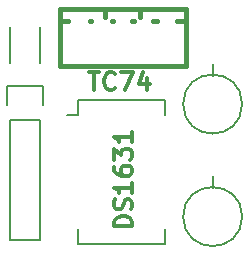
<source format=gbr>
G04 #@! TF.FileFunction,Legend,Top*
%FSLAX46Y46*%
G04 Gerber Fmt 4.6, Leading zero omitted, Abs format (unit mm)*
G04 Created by KiCad (PCBNEW 4.0.0-rc1-stable) date 9/23/2015 9:03:36 PM*
%MOMM*%
G01*
G04 APERTURE LIST*
%ADD10C,0.100000*%
%ADD11C,0.300000*%
%ADD12C,0.150000*%
%ADD13C,0.381000*%
%ADD14C,0.304800*%
G04 APERTURE END LIST*
D10*
D11*
X149538858Y-100143571D02*
X150396001Y-100143571D01*
X149967430Y-101643571D02*
X149967430Y-100143571D01*
X151753144Y-101500714D02*
X151681715Y-101572143D01*
X151467429Y-101643571D01*
X151324572Y-101643571D01*
X151110287Y-101572143D01*
X150967429Y-101429286D01*
X150896001Y-101286429D01*
X150824572Y-101000714D01*
X150824572Y-100786429D01*
X150896001Y-100500714D01*
X150967429Y-100357857D01*
X151110287Y-100215000D01*
X151324572Y-100143571D01*
X151467429Y-100143571D01*
X151681715Y-100215000D01*
X151753144Y-100286429D01*
X152253144Y-100143571D02*
X153253144Y-100143571D01*
X152610287Y-101643571D01*
X154467429Y-100643571D02*
X154467429Y-101643571D01*
X154110286Y-100072143D02*
X153753143Y-101143571D01*
X154681715Y-101143571D01*
X153205571Y-113184284D02*
X151705571Y-113184284D01*
X151705571Y-112827141D01*
X151777000Y-112612856D01*
X151919857Y-112469998D01*
X152062714Y-112398570D01*
X152348429Y-112327141D01*
X152562714Y-112327141D01*
X152848429Y-112398570D01*
X152991286Y-112469998D01*
X153134143Y-112612856D01*
X153205571Y-112827141D01*
X153205571Y-113184284D01*
X153134143Y-111755713D02*
X153205571Y-111541427D01*
X153205571Y-111184284D01*
X153134143Y-111041427D01*
X153062714Y-110969998D01*
X152919857Y-110898570D01*
X152777000Y-110898570D01*
X152634143Y-110969998D01*
X152562714Y-111041427D01*
X152491286Y-111184284D01*
X152419857Y-111469998D01*
X152348429Y-111612856D01*
X152277000Y-111684284D01*
X152134143Y-111755713D01*
X151991286Y-111755713D01*
X151848429Y-111684284D01*
X151777000Y-111612856D01*
X151705571Y-111469998D01*
X151705571Y-111112856D01*
X151777000Y-110898570D01*
X153205571Y-109469999D02*
X153205571Y-110327142D01*
X153205571Y-109898570D02*
X151705571Y-109898570D01*
X151919857Y-110041427D01*
X152062714Y-110184285D01*
X152134143Y-110327142D01*
X151705571Y-108184285D02*
X151705571Y-108469999D01*
X151777000Y-108612856D01*
X151848429Y-108684285D01*
X152062714Y-108827142D01*
X152348429Y-108898571D01*
X152919857Y-108898571D01*
X153062714Y-108827142D01*
X153134143Y-108755714D01*
X153205571Y-108612856D01*
X153205571Y-108327142D01*
X153134143Y-108184285D01*
X153062714Y-108112856D01*
X152919857Y-108041428D01*
X152562714Y-108041428D01*
X152419857Y-108112856D01*
X152348429Y-108184285D01*
X152277000Y-108327142D01*
X152277000Y-108612856D01*
X152348429Y-108755714D01*
X152419857Y-108827142D01*
X152562714Y-108898571D01*
X151705571Y-107541428D02*
X151705571Y-106612857D01*
X152277000Y-107112857D01*
X152277000Y-106898571D01*
X152348429Y-106755714D01*
X152419857Y-106684285D01*
X152562714Y-106612857D01*
X152919857Y-106612857D01*
X153062714Y-106684285D01*
X153134143Y-106755714D01*
X153205571Y-106898571D01*
X153205571Y-107327143D01*
X153134143Y-107470000D01*
X153062714Y-107541428D01*
X153205571Y-105184286D02*
X153205571Y-106041429D01*
X153205571Y-105612857D02*
X151705571Y-105612857D01*
X151919857Y-105755714D01*
X152062714Y-105898572D01*
X152134143Y-106041429D01*
D12*
X142895000Y-99310000D02*
X142895000Y-96310000D01*
X145395000Y-96310000D02*
X145395000Y-99310000D01*
X142595000Y-102870000D02*
X142595000Y-101320000D01*
X142595000Y-101320000D02*
X145695000Y-101320000D01*
X145695000Y-101320000D02*
X145695000Y-102870000D01*
X145415000Y-104140000D02*
X145415000Y-114300000D01*
X145415000Y-114300000D02*
X142875000Y-114300000D01*
X142875000Y-114300000D02*
X142875000Y-104140000D01*
X145415000Y-104140000D02*
X142875000Y-104140000D01*
X160020000Y-109954060D02*
X160020000Y-108953300D01*
X162519360Y-112354360D02*
G75*
G03X162519360Y-112354360I-2499360J0D01*
G01*
X160020000Y-100429060D02*
X160020000Y-99428300D01*
X162519360Y-102829360D02*
G75*
G03X162519360Y-102829360I-2499360J0D01*
G01*
X148598000Y-102480000D02*
X148598000Y-103750000D01*
X155948000Y-102480000D02*
X155948000Y-103750000D01*
X155948000Y-114690000D02*
X155948000Y-113420000D01*
X148598000Y-114690000D02*
X148598000Y-113420000D01*
X148598000Y-102480000D02*
X155948000Y-102480000D01*
X148598000Y-114690000D02*
X155948000Y-114690000D01*
X148598000Y-103750000D02*
X147663000Y-103750000D01*
D13*
X156999940Y-95791020D02*
X157700980Y-95791020D01*
X155000960Y-95791020D02*
X155300680Y-95791020D01*
X153200100Y-95791020D02*
X153400760Y-95791020D01*
X151500840Y-95791020D02*
X151599900Y-95791020D01*
X149600920Y-95791020D02*
X149699980Y-95791020D01*
X147099020Y-95791020D02*
X147800060Y-95791020D01*
X153901140Y-94790260D02*
X153901140Y-95488760D01*
X150898860Y-94790260D02*
X150898860Y-95488760D01*
X147099020Y-99590860D02*
X157700980Y-99590860D01*
X157734000Y-95885000D02*
X157734000Y-99568000D01*
X147066000Y-99568000D02*
X147066000Y-95885000D01*
X157734000Y-94742000D02*
X157734000Y-95885000D01*
X147066000Y-95885000D02*
X147066000Y-94742000D01*
X152400000Y-94742000D02*
X147066000Y-94742000D01*
X152400000Y-94742000D02*
X157734000Y-94742000D01*
D12*
D14*
M02*

</source>
